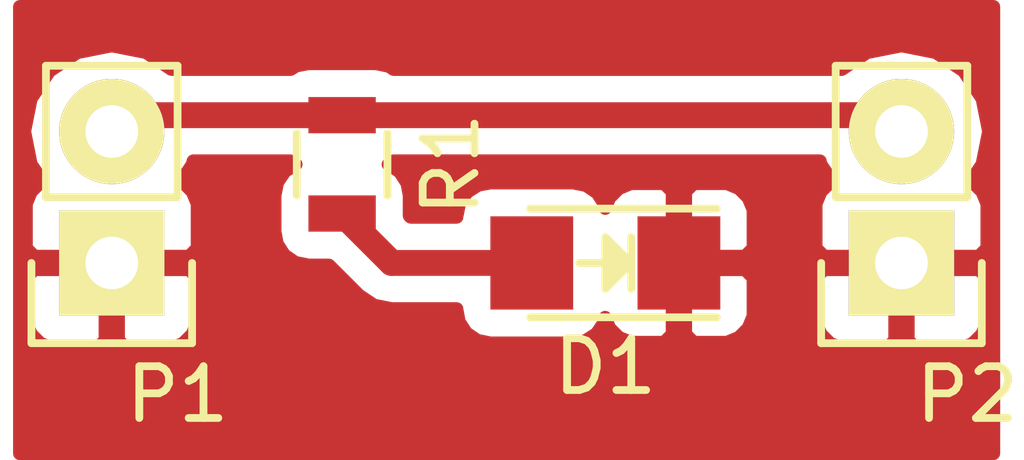
<source format=kicad_pcb>
(kicad_pcb (version 4) (host pcbnew 4.0.4+e1-6308~48~ubuntu16.04.1-stable)

  (general
    (links 5)
    (no_connects 0)
    (area 128.905 125.73 147.955001 134.620001)
    (thickness 1.6)
    (drawings 0)
    (tracks 6)
    (zones 0)
    (modules 4)
    (nets 4)
  )

  (page A4)
  (layers
    (0 F.Cu signal)
    (31 B.Cu signal)
    (32 B.Adhes user)
    (33 F.Adhes user)
    (34 B.Paste user)
    (35 F.Paste user)
    (36 B.SilkS user)
    (37 F.SilkS user)
    (38 B.Mask user)
    (39 F.Mask user)
    (40 Dwgs.User user)
    (41 Cmts.User user)
    (42 Eco1.User user)
    (43 Eco2.User user)
    (44 Edge.Cuts user)
    (45 Margin user)
    (46 B.CrtYd user)
    (47 F.CrtYd user)
    (48 B.Fab user)
    (49 F.Fab user)
  )

  (setup
    (last_trace_width 0.5)
    (trace_clearance 0.2)
    (zone_clearance 0.508)
    (zone_45_only no)
    (trace_min 0.2)
    (segment_width 0.2)
    (edge_width 0.15)
    (via_size 0.6)
    (via_drill 0.4)
    (via_min_size 0.4)
    (via_min_drill 0.3)
    (uvia_size 0.3)
    (uvia_drill 0.1)
    (uvias_allowed no)
    (uvia_min_size 0.2)
    (uvia_min_drill 0.1)
    (pcb_text_width 0.3)
    (pcb_text_size 1.5 1.5)
    (mod_edge_width 0.15)
    (mod_text_size 1 1)
    (mod_text_width 0.15)
    (pad_size 1.524 1.524)
    (pad_drill 0.762)
    (pad_to_mask_clearance 0.2)
    (aux_axis_origin 0 0)
    (visible_elements FFFFFF7F)
    (pcbplotparams
      (layerselection 0x00030_80000001)
      (usegerberextensions false)
      (excludeedgelayer true)
      (linewidth 0.100000)
      (plotframeref false)
      (viasonmask false)
      (mode 1)
      (useauxorigin false)
      (hpglpennumber 1)
      (hpglpenspeed 20)
      (hpglpendiameter 15)
      (hpglpenoverlay 2)
      (psnegative false)
      (psa4output false)
      (plotreference true)
      (plotvalue true)
      (plotinvisibletext false)
      (padsonsilk false)
      (subtractmaskfromsilk false)
      (outputformat 1)
      (mirror false)
      (drillshape 1)
      (scaleselection 1)
      (outputdirectory ""))
  )

  (net 0 "")
  (net 1 "Net-(D1-Pad2)")
  (net 2 "Net-(P1-Pad2)")
  (net 3 Earth)

  (net_class Default "This is the default net class."
    (clearance 0.2)
    (trace_width 0.5)
    (via_dia 0.6)
    (via_drill 0.4)
    (uvia_dia 0.3)
    (uvia_drill 0.1)
    (add_net Earth)
    (add_net "Net-(D1-Pad2)")
    (add_net "Net-(P1-Pad2)")
  )

  (module Pin_Headers:Pin_Header_Straight_1x02 (layer F.Cu) (tedit 57F75D39) (tstamp 57F75B42)
    (at 146.05 130.81 180)
    (descr "Through hole pin header")
    (tags "pin header")
    (path /57F75C15)
    (fp_text reference P2 (at -1.27 -2.54 180) (layer F.SilkS)
      (effects (font (size 1 1) (thickness 0.15)))
    )
    (fp_text value OUT (at 1.27 -2.54 180) (layer F.Fab)
      (effects (font (size 1 1) (thickness 0.15)))
    )
    (fp_line (start 1.27 1.27) (end 1.27 3.81) (layer F.SilkS) (width 0.15))
    (fp_line (start 1.55 -1.55) (end 1.55 0) (layer F.SilkS) (width 0.15))
    (fp_line (start -1.75 -1.75) (end -1.75 4.3) (layer F.CrtYd) (width 0.05))
    (fp_line (start 1.75 -1.75) (end 1.75 4.3) (layer F.CrtYd) (width 0.05))
    (fp_line (start -1.75 -1.75) (end 1.75 -1.75) (layer F.CrtYd) (width 0.05))
    (fp_line (start -1.75 4.3) (end 1.75 4.3) (layer F.CrtYd) (width 0.05))
    (fp_line (start 1.27 1.27) (end -1.27 1.27) (layer F.SilkS) (width 0.15))
    (fp_line (start -1.55 0) (end -1.55 -1.55) (layer F.SilkS) (width 0.15))
    (fp_line (start -1.55 -1.55) (end 1.55 -1.55) (layer F.SilkS) (width 0.15))
    (fp_line (start -1.27 1.27) (end -1.27 3.81) (layer F.SilkS) (width 0.15))
    (fp_line (start -1.27 3.81) (end 1.27 3.81) (layer F.SilkS) (width 0.15))
    (pad 1 thru_hole rect (at 0 0 180) (size 2.032 2.032) (drill 1.016) (layers *.Cu *.Mask F.SilkS)
      (net 3 Earth))
    (pad 2 thru_hole oval (at 0 2.54 180) (size 2.032 2.032) (drill 1.016) (layers *.Cu *.Mask F.SilkS)
      (net 2 "Net-(P1-Pad2)"))
    (model Pin_Headers.3dshapes/Pin_Header_Straight_1x02.wrl
      (at (xyz 0 -0.05 0))
      (scale (xyz 1 1 1))
      (rotate (xyz 0 0 90))
    )
  )

  (module Resistors_SMD:R_0805 (layer F.Cu) (tedit 57F75D1D) (tstamp 57F75B48)
    (at 135.255 128.905 270)
    (descr "Resistor SMD 0805, reflow soldering, Vishay (see dcrcw.pdf)")
    (tags "resistor 0805")
    (path /57F75B2B)
    (attr smd)
    (fp_text reference R1 (at 0 -2.1 270) (layer F.SilkS)
      (effects (font (size 1 1) (thickness 0.15)))
    )
    (fp_text value 220R (at 2.54 0 360) (layer F.Fab)
      (effects (font (size 1 1) (thickness 0.15)))
    )
    (fp_line (start -1.6 -1) (end 1.6 -1) (layer F.CrtYd) (width 0.05))
    (fp_line (start -1.6 1) (end 1.6 1) (layer F.CrtYd) (width 0.05))
    (fp_line (start -1.6 -1) (end -1.6 1) (layer F.CrtYd) (width 0.05))
    (fp_line (start 1.6 -1) (end 1.6 1) (layer F.CrtYd) (width 0.05))
    (fp_line (start 0.6 0.875) (end -0.6 0.875) (layer F.SilkS) (width 0.15))
    (fp_line (start -0.6 -0.875) (end 0.6 -0.875) (layer F.SilkS) (width 0.15))
    (pad 1 smd rect (at -0.95 0 270) (size 0.7 1.3) (layers F.Cu F.Paste F.Mask)
      (net 2 "Net-(P1-Pad2)"))
    (pad 2 smd rect (at 0.95 0 270) (size 0.7 1.3) (layers F.Cu F.Paste F.Mask)
      (net 1 "Net-(D1-Pad2)"))
    (model Resistors_SMD.3dshapes/R_0805.wrl
      (at (xyz 0 0 0))
      (scale (xyz 1 1 1))
      (rotate (xyz 0 0 0))
    )
  )

  (module LEDs:LED_1206 (layer F.Cu) (tedit 57ABE035) (tstamp 57F75B4E)
    (at 140.335 130.81 180)
    (descr "LED 1206 smd package")
    (tags "LED1206 SMD")
    (path /57F75A72)
    (attr smd)
    (fp_text reference D1 (at 0 -2 180) (layer F.SilkS)
      (effects (font (size 1 1) (thickness 0.15)))
    )
    (fp_text value LED (at 0 2 180) (layer F.Fab)
      (effects (font (size 1 1) (thickness 0.15)))
    )
    (fp_line (start -0.5 -0.5) (end -0.5 0.5) (layer F.Fab) (width 0.15))
    (fp_line (start -0.5 0) (end 0 -0.5) (layer F.Fab) (width 0.15))
    (fp_line (start 0 0.5) (end -0.5 0) (layer F.Fab) (width 0.15))
    (fp_line (start 0 -0.5) (end 0 0.5) (layer F.Fab) (width 0.15))
    (fp_line (start -1.6 0.8) (end -1.6 -0.8) (layer F.Fab) (width 0.15))
    (fp_line (start 1.6 0.8) (end -1.6 0.8) (layer F.Fab) (width 0.15))
    (fp_line (start 1.6 -0.8) (end 1.6 0.8) (layer F.Fab) (width 0.15))
    (fp_line (start -1.6 -0.8) (end 1.6 -0.8) (layer F.Fab) (width 0.15))
    (fp_line (start -2.15 1.05) (end 1.45 1.05) (layer F.SilkS) (width 0.15))
    (fp_line (start -2.15 -1.05) (end 1.45 -1.05) (layer F.SilkS) (width 0.15))
    (fp_line (start -0.1 -0.3) (end -0.1 0.3) (layer F.SilkS) (width 0.15))
    (fp_line (start -0.1 0.3) (end -0.4 0) (layer F.SilkS) (width 0.15))
    (fp_line (start -0.4 0) (end -0.2 -0.2) (layer F.SilkS) (width 0.15))
    (fp_line (start -0.2 -0.2) (end -0.2 0.05) (layer F.SilkS) (width 0.15))
    (fp_line (start -0.2 0.05) (end -0.25 0) (layer F.SilkS) (width 0.15))
    (fp_line (start -0.5 -0.5) (end -0.5 0.5) (layer F.SilkS) (width 0.15))
    (fp_line (start 0 0) (end 0.5 0) (layer F.SilkS) (width 0.15))
    (fp_line (start -0.5 0) (end 0 -0.5) (layer F.SilkS) (width 0.15))
    (fp_line (start 0 -0.5) (end 0 0.5) (layer F.SilkS) (width 0.15))
    (fp_line (start 0 0.5) (end -0.5 0) (layer F.SilkS) (width 0.15))
    (fp_line (start 2.5 -1.25) (end -2.5 -1.25) (layer F.CrtYd) (width 0.05))
    (fp_line (start -2.5 -1.25) (end -2.5 1.25) (layer F.CrtYd) (width 0.05))
    (fp_line (start -2.5 1.25) (end 2.5 1.25) (layer F.CrtYd) (width 0.05))
    (fp_line (start 2.5 1.25) (end 2.5 -1.25) (layer F.CrtYd) (width 0.05))
    (pad 2 smd rect (at 1.41986 0) (size 1.59766 1.80086) (layers F.Cu F.Paste F.Mask)
      (net 1 "Net-(D1-Pad2)"))
    (pad 1 smd rect (at -1.41986 0) (size 1.59766 1.80086) (layers F.Cu F.Paste F.Mask)
      (net 3 Earth))
    (model LEDs.3dshapes/LED_1206.wrl
      (at (xyz 0 0 0))
      (scale (xyz 1 1 1))
      (rotate (xyz 0 0 180))
    )
  )

  (module Pin_Headers:Pin_Header_Straight_1x02 (layer F.Cu) (tedit 57F75D36) (tstamp 57F75B53)
    (at 130.81 130.81 180)
    (descr "Through hole pin header")
    (tags "pin header")
    (path /57F75B86)
    (fp_text reference P1 (at -1.27 -2.54 180) (layer F.SilkS)
      (effects (font (size 1 1) (thickness 0.15)))
    )
    (fp_text value IN (at 1.27 -2.54 180) (layer F.Fab)
      (effects (font (size 1 1) (thickness 0.15)))
    )
    (fp_line (start 1.27 1.27) (end 1.27 3.81) (layer F.SilkS) (width 0.15))
    (fp_line (start 1.55 -1.55) (end 1.55 0) (layer F.SilkS) (width 0.15))
    (fp_line (start -1.75 -1.75) (end -1.75 4.3) (layer F.CrtYd) (width 0.05))
    (fp_line (start 1.75 -1.75) (end 1.75 4.3) (layer F.CrtYd) (width 0.05))
    (fp_line (start -1.75 -1.75) (end 1.75 -1.75) (layer F.CrtYd) (width 0.05))
    (fp_line (start -1.75 4.3) (end 1.75 4.3) (layer F.CrtYd) (width 0.05))
    (fp_line (start 1.27 1.27) (end -1.27 1.27) (layer F.SilkS) (width 0.15))
    (fp_line (start -1.55 0) (end -1.55 -1.55) (layer F.SilkS) (width 0.15))
    (fp_line (start -1.55 -1.55) (end 1.55 -1.55) (layer F.SilkS) (width 0.15))
    (fp_line (start -1.27 1.27) (end -1.27 3.81) (layer F.SilkS) (width 0.15))
    (fp_line (start -1.27 3.81) (end 1.27 3.81) (layer F.SilkS) (width 0.15))
    (pad 1 thru_hole rect (at 0 0 180) (size 2.032 2.032) (drill 1.016) (layers *.Cu *.Mask F.SilkS)
      (net 3 Earth))
    (pad 2 thru_hole oval (at 0 2.54 180) (size 2.032 2.032) (drill 1.016) (layers *.Cu *.Mask F.SilkS)
      (net 2 "Net-(P1-Pad2)"))
    (model Pin_Headers.3dshapes/Pin_Header_Straight_1x02.wrl
      (at (xyz 0 -0.05 0))
      (scale (xyz 1 1 1))
      (rotate (xyz 0 0 90))
    )
  )

  (segment (start 138.91514 130.81) (end 136.21 130.81) (width 0.5) (layer F.Cu) (net 1))
  (segment (start 136.21 130.81) (end 135.255 129.855) (width 0.5) (layer F.Cu) (net 1) (tstamp 57F75CFA))
  (segment (start 135.255 127.955) (end 145.735 127.955) (width 0.5) (layer F.Cu) (net 2) (status 20))
  (segment (start 145.735 127.955) (end 146.05 128.27) (width 0.5) (layer F.Cu) (net 2) (tstamp 57F75CF7) (status 30))
  (segment (start 135.255 127.955) (end 131.125 127.955) (width 0.5) (layer F.Cu) (net 2) (status 20))
  (segment (start 131.125 127.955) (end 130.81 128.27) (width 0.5) (layer F.Cu) (net 2) (tstamp 57F75CF2) (status 30))

  (zone (net 3) (net_name Earth) (layer F.Cu) (tstamp 57F75BFC) (hatch edge 0.508)
    (connect_pads (clearance 0.508))
    (min_thickness 0.254)
    (fill yes (arc_segments 16) (thermal_gap 0.508) (thermal_bridge_width 0.508))
    (polygon
      (pts
        (xy 147.955 134.62) (xy 128.905 134.62) (xy 128.905 125.73) (xy 147.955 125.73)
      )
    )
    (filled_polygon
      (pts
        (xy 147.828 134.493) (xy 129.032 134.493) (xy 129.032 131.09575) (xy 129.159 131.09575) (xy 129.159 131.95231)
        (xy 129.255673 132.185699) (xy 129.434302 132.364327) (xy 129.667691 132.461) (xy 130.52425 132.461) (xy 130.683 132.30225)
        (xy 130.683 130.937) (xy 130.937 130.937) (xy 130.937 132.30225) (xy 131.09575 132.461) (xy 131.952309 132.461)
        (xy 132.185698 132.364327) (xy 132.364327 132.185699) (xy 132.461 131.95231) (xy 132.461 131.09575) (xy 132.30225 130.937)
        (xy 130.937 130.937) (xy 130.683 130.937) (xy 129.31775 130.937) (xy 129.159 131.09575) (xy 129.032 131.09575)
        (xy 129.032 128.27) (xy 129.126655 128.27) (xy 129.25233 128.90181) (xy 129.476966 129.238001) (xy 129.434302 129.255673)
        (xy 129.255673 129.434301) (xy 129.159 129.66769) (xy 129.159 130.52425) (xy 129.31775 130.683) (xy 130.683 130.683)
        (xy 130.683 130.663) (xy 130.937 130.663) (xy 130.937 130.683) (xy 132.30225 130.683) (xy 132.461 130.52425)
        (xy 132.461 129.66769) (xy 132.364327 129.434301) (xy 132.185698 129.255673) (xy 132.143034 129.238001) (xy 132.36767 128.90181)
        (xy 132.379965 128.84) (xy 134.263203 128.84) (xy 134.35311 128.901431) (xy 134.366197 128.904081) (xy 134.153559 129.04091)
        (xy 134.008569 129.25311) (xy 133.95756 129.505) (xy 133.95756 130.205) (xy 134.001838 130.440317) (xy 134.14091 130.656441)
        (xy 134.35311 130.801431) (xy 134.605 130.85244) (xy 135.00086 130.85244) (xy 135.584208 131.435787) (xy 135.58421 131.43579)
        (xy 135.871325 131.627633) (xy 135.927516 131.63881) (xy 136.21 131.695001) (xy 136.210005 131.695) (xy 137.46887 131.695)
        (xy 137.46887 131.71043) (xy 137.513148 131.945747) (xy 137.65222 132.161871) (xy 137.86442 132.306861) (xy 138.11631 132.35787)
        (xy 139.71397 132.35787) (xy 139.949287 132.313592) (xy 140.165411 132.17452) (xy 140.310401 131.96232) (xy 140.330971 131.860741)
        (xy 140.417703 132.070129) (xy 140.596332 132.248757) (xy 140.829721 132.34543) (xy 141.46911 132.34543) (xy 141.62786 132.18668)
        (xy 141.62786 130.937) (xy 141.88186 130.937) (xy 141.88186 132.18668) (xy 142.04061 132.34543) (xy 142.679999 132.34543)
        (xy 142.913388 132.248757) (xy 143.092017 132.070129) (xy 143.18869 131.83674) (xy 143.18869 131.09575) (xy 144.399 131.09575)
        (xy 144.399 131.95231) (xy 144.495673 132.185699) (xy 144.674302 132.364327) (xy 144.907691 132.461) (xy 145.76425 132.461)
        (xy 145.923 132.30225) (xy 145.923 130.937) (xy 146.177 130.937) (xy 146.177 132.30225) (xy 146.33575 132.461)
        (xy 147.192309 132.461) (xy 147.425698 132.364327) (xy 147.604327 132.185699) (xy 147.701 131.95231) (xy 147.701 131.09575)
        (xy 147.54225 130.937) (xy 146.177 130.937) (xy 145.923 130.937) (xy 144.55775 130.937) (xy 144.399 131.09575)
        (xy 143.18869 131.09575) (xy 143.02994 130.937) (xy 141.88186 130.937) (xy 141.62786 130.937) (xy 141.60786 130.937)
        (xy 141.60786 130.683) (xy 141.62786 130.683) (xy 141.62786 129.43332) (xy 141.88186 129.43332) (xy 141.88186 130.683)
        (xy 143.02994 130.683) (xy 143.18869 130.52425) (xy 143.18869 129.78326) (xy 143.092017 129.549871) (xy 142.913388 129.371243)
        (xy 142.679999 129.27457) (xy 142.04061 129.27457) (xy 141.88186 129.43332) (xy 141.62786 129.43332) (xy 141.46911 129.27457)
        (xy 140.829721 129.27457) (xy 140.596332 129.371243) (xy 140.417703 129.549871) (xy 140.332454 129.755681) (xy 140.317132 129.674253)
        (xy 140.17806 129.458129) (xy 139.96586 129.313139) (xy 139.71397 129.26213) (xy 138.11631 129.26213) (xy 137.880993 129.306408)
        (xy 137.664869 129.44548) (xy 137.519879 129.65768) (xy 137.46887 129.90957) (xy 137.46887 129.925) (xy 136.576579 129.925)
        (xy 136.55244 129.900861) (xy 136.55244 129.505) (xy 136.508162 129.269683) (xy 136.36909 129.053559) (xy 136.15689 128.908569)
        (xy 136.143803 128.905919) (xy 136.246244 128.84) (xy 144.480035 128.84) (xy 144.49233 128.90181) (xy 144.716966 129.238001)
        (xy 144.674302 129.255673) (xy 144.495673 129.434301) (xy 144.399 129.66769) (xy 144.399 130.52425) (xy 144.55775 130.683)
        (xy 145.923 130.683) (xy 145.923 130.663) (xy 146.177 130.663) (xy 146.177 130.683) (xy 147.54225 130.683)
        (xy 147.701 130.52425) (xy 147.701 129.66769) (xy 147.604327 129.434301) (xy 147.425698 129.255673) (xy 147.383034 129.238001)
        (xy 147.60767 128.90181) (xy 147.733345 128.27) (xy 147.60767 127.63819) (xy 147.249778 127.102567) (xy 146.714155 126.744675)
        (xy 146.082345 126.619) (xy 146.017655 126.619) (xy 145.385845 126.744675) (xy 144.898962 127.07) (xy 136.246797 127.07)
        (xy 136.15689 127.008569) (xy 135.905 126.95756) (xy 134.605 126.95756) (xy 134.369683 127.001838) (xy 134.263756 127.07)
        (xy 131.961038 127.07) (xy 131.474155 126.744675) (xy 130.842345 126.619) (xy 130.777655 126.619) (xy 130.145845 126.744675)
        (xy 129.610222 127.102567) (xy 129.25233 127.63819) (xy 129.126655 128.27) (xy 129.032 128.27) (xy 129.032 125.857)
        (xy 147.828 125.857)
      )
    )
  )
)

</source>
